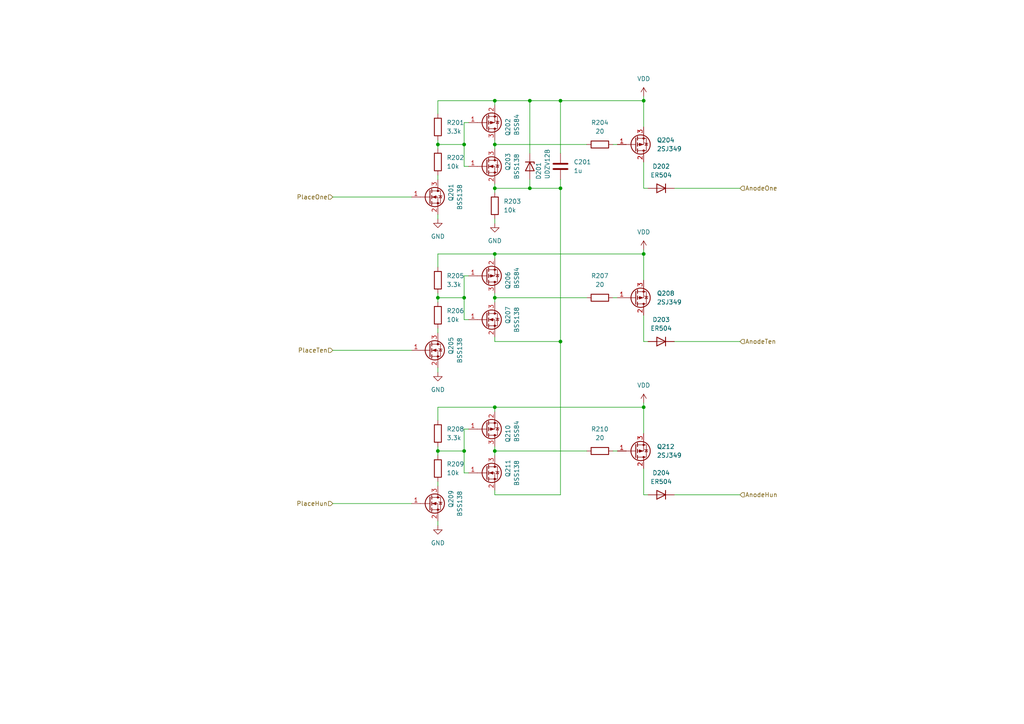
<source format=kicad_sch>
(kicad_sch (version 20211123) (generator eeschema)
  (paper "A4")
  (lib_symbols
    (symbol "Device:C" (pin_numbers hide) (pin_names (offset 0.254))
      (property "Reference" "C" (at 0.635 2.54 0))
      (property "Value" "C" (at 0.635 -2.54 0))
      (symbol "C_0_1"
        (polyline (pts (xy -2.032 -0.762) (xy 2.032 -0.762)) (stroke (width 0.508)))
        (polyline (pts (xy -2.032 0.762) (xy 2.032 0.762)) (stroke (width 0.508)))
      )
      (symbol "C_1_1"
        (pin passive line (at 0 3.81 270) (length 2.794) (name "~") (number "1"))
        (pin passive line (at 0 -3.81 90) (length 2.794) (name "~") (number "2"))
      )
    )
    (symbol "Device:D" (pin_numbers hide) (pin_names (offset 1.016) hide)
      (property "Reference" "D" (at 0 2.54 0))
      (property "Value" "D" (at 0 -2.54 0))
      (symbol "D_0_1"
        (polyline (pts (xy -1.27 1.27) (xy -1.27 -1.27)) (stroke (width 0.254)))
        (polyline (pts (xy 1.27 0) (xy -1.27 0)))
        (polyline (pts (xy 1.27 1.27) (xy 1.27 -1.27) (xy -1.27 0) (xy 1.27 1.27)) (stroke (width 0.254)))
      )
      (symbol "D_1_1"
        (pin passive line (at -3.81 0 0) (length 2.54) (name "K") (number "1"))
        (pin passive line (at 3.81 0 180) (length 2.54) (name "A") (number "2"))
      )
    )
    (symbol "Device:D_Zener" (pin_numbers hide) (pin_names (offset 1.016) hide)
      (property "Reference" "D" (at 0 2.54 0))
      (property "Value" "D_Zener" (at 0 -2.54 0))
      (symbol "D_Zener_0_1"
        (polyline (pts (xy 1.27 0) (xy -1.27 0)))
        (polyline (pts (xy -1.27 -1.27) (xy -1.27 1.27) (xy -0.762 1.27)) (stroke (width 0.254)))
        (polyline (pts (xy 1.27 -1.27) (xy 1.27 1.27) (xy -1.27 0) (xy 1.27 -1.27)) (stroke (width 0.254)))
      )
      (symbol "D_Zener_1_1"
        (pin passive line (at -3.81 0 0) (length 2.54) (name "K") (number "1"))
        (pin passive line (at 3.81 0 180) (length 2.54) (name "A") (number "2"))
      )
    )
    (symbol "Device:Q_NMOS_GSD" (pin_names (offset 0) hide)
      (property "Reference" "Q" (at 5.08 1.27 0))
      (property "Value" "Q_NMOS_GSD" (at 5.08 -1.27 0))
      (symbol "Q_NMOS_GSD_0_1"
        (polyline (pts (xy 0.254 0) (xy -2.54 0)))
        (polyline (pts (xy 0.254 1.905) (xy 0.254 -1.905)) (stroke (width 0.254)))
        (polyline (pts (xy 0.762 -1.27) (xy 0.762 -2.286)) (stroke (width 0.254)))
        (polyline (pts (xy 0.762 0.508) (xy 0.762 -0.508)) (stroke (width 0.254)))
        (polyline (pts (xy 0.762 2.286) (xy 0.762 1.27)) (stroke (width 0.254)))
        (polyline (pts (xy 2.54 2.54) (xy 2.54 1.778)))
        (polyline (pts (xy 2.54 -2.54) (xy 2.54 0) (xy 0.762 0)))
        (polyline (pts (xy 0.762 -1.778) (xy 3.302 -1.778) (xy 3.302 1.778) (xy 0.762 1.778)))
        (polyline (pts (xy 1.016 0) (xy 2.032 0.381) (xy 2.032 -0.381) (xy 1.016 0)) (fill (type outline)))
        (polyline (pts (xy 2.794 0.508) (xy 2.921 0.381) (xy 3.683 0.381) (xy 3.81 0.254)))
        (polyline (pts (xy 3.302 0.381) (xy 2.921 -0.254) (xy 3.683 -0.254) (xy 3.302 0.381)))
        (circle (center 1.651 0) (radius 2.794) (stroke (width 0.254)))
        (circle (center 2.54 -1.778) (radius 0.254) (fill (type outline)))
        (circle (center 2.54 1.778) (radius 0.254) (fill (type outline)))
      )
      (symbol "Q_NMOS_GSD_1_1"
        (pin input line (at -5.08 0 0) (length 2.54) (name "G") (number "1"))
        (pin passive line (at 2.54 -5.08 90) (length 2.54) (name "S") (number "2"))
        (pin passive line (at 2.54 5.08 270) (length 2.54) (name "D") (number "3"))
      )
    )
    (symbol "Device:Q_PMOS_GDS" (pin_names (offset 0) hide)
      (property "Reference" "Q" (at 5.08 1.27 0))
      (property "Value" "Q_PMOS_GDS" (at 5.08 -1.27 0))
      (symbol "Q_PMOS_GDS_0_1"
        (polyline (pts (xy 0.254 0) (xy -2.54 0)))
        (polyline (pts (xy 0.254 1.905) (xy 0.254 -1.905)) (stroke (width 0.254)))
        (polyline (pts (xy 0.762 -1.27) (xy 0.762 -2.286)) (stroke (width 0.254)))
        (polyline (pts (xy 0.762 0.508) (xy 0.762 -0.508)) (stroke (width 0.254)))
        (polyline (pts (xy 0.762 2.286) (xy 0.762 1.27)) (stroke (width 0.254)))
        (polyline (pts (xy 2.54 2.54) (xy 2.54 1.778)))
        (polyline (pts (xy 2.54 -2.54) (xy 2.54 0) (xy 0.762 0)))
        (polyline (pts (xy 0.762 1.778) (xy 3.302 1.778) (xy 3.302 -1.778) (xy 0.762 -1.778)))
        (polyline (pts (xy 2.286 0) (xy 1.27 0.381) (xy 1.27 -0.381) (xy 2.286 0)) (fill (type outline)))
        (polyline (pts (xy 2.794 -0.508) (xy 2.921 -0.381) (xy 3.683 -0.381) (xy 3.81 -0.254)))
        (polyline (pts (xy 3.302 -0.381) (xy 2.921 0.254) (xy 3.683 0.254) (xy 3.302 -0.381)))
        (circle (center 1.651 0) (radius 2.794) (stroke (width 0.254)))
        (circle (center 2.54 -1.778) (radius 0.254) (fill (type outline)))
        (circle (center 2.54 1.778) (radius 0.254) (fill (type outline)))
      )
      (symbol "Q_PMOS_GDS_1_1"
        (pin input line (at -5.08 0 0) (length 2.54) (name "G") (number "1"))
        (pin passive line (at 2.54 5.08 270) (length 2.54) (name "D") (number "2"))
        (pin passive line (at 2.54 -5.08 90) (length 2.54) (name "S") (number "3"))
      )
    )
    (symbol "Device:Q_PMOS_GSD" (pin_names (offset 0) hide)
      (property "Reference" "Q" (at 5.08 1.27 0))
      (property "Value" "Q_PMOS_GSD" (at 5.08 -1.27 0))
      (symbol "Q_PMOS_GSD_0_1"
        (polyline (pts (xy 0.254 0) (xy -2.54 0)))
        (polyline (pts (xy 0.254 1.905) (xy 0.254 -1.905)) (stroke (width 0.254)))
        (polyline (pts (xy 0.762 -1.27) (xy 0.762 -2.286)) (stroke (width 0.254)))
        (polyline (pts (xy 0.762 0.508) (xy 0.762 -0.508)) (stroke (width 0.254)))
        (polyline (pts (xy 0.762 2.286) (xy 0.762 1.27)) (stroke (width 0.254)))
        (polyline (pts (xy 2.54 2.54) (xy 2.54 1.778)))
        (polyline (pts (xy 2.54 -2.54) (xy 2.54 0) (xy 0.762 0)))
        (polyline (pts (xy 0.762 1.778) (xy 3.302 1.778) (xy 3.302 -1.778) (xy 0.762 -1.778)))
        (polyline (pts (xy 2.286 0) (xy 1.27 0.381) (xy 1.27 -0.381) (xy 2.286 0)) (fill (type outline)))
        (polyline (pts (xy 2.794 -0.508) (xy 2.921 -0.381) (xy 3.683 -0.381) (xy 3.81 -0.254)))
        (polyline (pts (xy 3.302 -0.381) (xy 2.921 0.254) (xy 3.683 0.254) (xy 3.302 -0.381)))
        (circle (center 1.651 0) (radius 2.794) (stroke (width 0.254)))
        (circle (center 2.54 -1.778) (radius 0.254) (fill (type outline)))
        (circle (center 2.54 1.778) (radius 0.254) (fill (type outline)))
      )
      (symbol "Q_PMOS_GSD_1_1"
        (pin input line (at -5.08 0 0) (length 2.54) (name "G") (number "1"))
        (pin passive line (at 2.54 -5.08 90) (length 2.54) (name "S") (number "2"))
        (pin passive line (at 2.54 5.08 270) (length 2.54) (name "D") (number "3"))
      )
    )
    (symbol "Device:R" (pin_numbers hide) (pin_names (offset 0))
      (property "Reference" "R" (at 2.032 0 90))
      (property "Value" "R" (at 0 0 90))
      (symbol "R_0_1"
        (rectangle (start -1.016 -2.54) (end 1.016 2.54) (stroke (width 0.254)))
      )
      (symbol "R_1_1"
        (pin passive line (at 0 3.81 270) (length 1.27) (name "~") (number "1"))
        (pin passive line (at 0 -3.81 90) (length 1.27) (name "~") (number "2"))
      )
    )
    (symbol "power:GND" (power) (pin_names (offset 0))
      (property "Value" "GND" (at 0 -3.81 0))
      (symbol "GND_0_1"
        (polyline (pts (xy 0 0) (xy 0 -1.27) (xy 1.27 -1.27) (xy 0 -2.54) (xy -1.27 -1.27) (xy 0 -1.27)))
      )
      (symbol "GND_1_1"
        (pin power_in line (at 0 0 270) (length 0) hide (name "GND") (number "1"))
      )
    )
    (symbol "power:VDD" (power) (pin_names (offset 0))
      (property "Value" "VDD" (at 0 3.81 0))
      (symbol "VDD_0_1"
        (polyline (pts (xy -0.762 1.27) (xy 0 2.54)))
        (polyline (pts (xy 0 0) (xy 0 2.54)))
        (polyline (pts (xy 0 2.54) (xy 0.762 1.27)))
      )
      (symbol "VDD_1_1"
        (pin power_in line (at 0 0 90) (length 0) hide (name "VDD") (number "1"))
      )
    )
  )
  (junction (at 153.67 29.21))
  (junction (at 127 86.36))
  (junction (at 162.56 54.61))
  (junction (at 143.51 41.91))
  (junction (at 143.51 73.66))
  (junction (at 143.51 86.36))
  (junction (at 186.69 118.11))
  (junction (at 186.69 29.21))
  (junction (at 143.51 29.21))
  (junction (at 127 130.81))
  (junction (at 127 41.91))
  (junction (at 134.62 130.81))
  (junction (at 143.51 54.61))
  (junction (at 162.56 99.06))
  (junction (at 143.51 118.11))
  (junction (at 153.67 54.61))
  (junction (at 143.51 130.81))
  (junction (at 134.62 86.36))
  (junction (at 162.56 29.21))
  (junction (at 134.62 41.91))
  (junction (at 186.69 73.66))
  (wire (pts (xy 186.69 99.06) (xy 187.96 99.06)))
  (wire (pts (xy 162.56 54.61) (xy 162.56 52.07)))
  (wire (pts (xy 143.51 86.36) (xy 170.18 86.36)))
  (wire (pts (xy 153.67 52.07) (xy 153.67 54.61)))
  (wire (pts (xy 186.69 72.39) (xy 186.69 73.66)))
  (wire (pts (xy 127 95.25) (xy 127 96.52)))
  (wire (pts (xy 143.51 29.21) (xy 153.67 29.21)))
  (wire (pts (xy 143.51 54.61) (xy 153.67 54.61)))
  (wire (pts (xy 134.62 86.36) (xy 134.62 92.71)))
  (wire (pts (xy 134.62 92.71) (xy 135.89 92.71)))
  (wire (pts (xy 143.51 41.91) (xy 143.51 43.18)))
  (wire (pts (xy 127 106.68) (xy 127 107.95)))
  (wire (pts (xy 153.67 54.61) (xy 162.56 54.61)))
  (wire (pts (xy 186.69 116.84) (xy 186.69 118.11)))
  (wire (pts (xy 195.58 54.61) (xy 214.63 54.61)))
  (wire (pts (xy 162.56 44.45) (xy 162.56 29.21)))
  (wire (pts (xy 162.56 29.21) (xy 186.69 29.21)))
  (wire (pts (xy 96.52 146.05) (xy 119.38 146.05)))
  (wire (pts (xy 186.69 27.94) (xy 186.69 29.21)))
  (wire (pts (xy 143.51 86.36) (xy 143.51 87.63)))
  (wire (pts (xy 127 62.23) (xy 127 63.5)))
  (wire (pts (xy 127 86.36) (xy 134.62 86.36)))
  (wire (pts (xy 143.51 129.54) (xy 143.51 130.81)))
  (wire (pts (xy 186.69 29.21) (xy 186.69 36.83)))
  (wire (pts (xy 127 86.36) (xy 127 87.63)))
  (wire (pts (xy 134.62 41.91) (xy 134.62 48.26)))
  (wire (pts (xy 127 130.81) (xy 127 132.08)))
  (wire (pts (xy 195.58 99.06) (xy 214.63 99.06)))
  (wire (pts (xy 134.62 137.16) (xy 135.89 137.16)))
  (wire (pts (xy 143.51 54.61) (xy 143.51 55.88)))
  (wire (pts (xy 127 139.7) (xy 127 140.97)))
  (wire (pts (xy 143.51 73.66) (xy 186.69 73.66)))
  (wire (pts (xy 134.62 80.01) (xy 134.62 86.36)))
  (wire (pts (xy 143.51 130.81) (xy 143.51 132.08)))
  (wire (pts (xy 143.51 99.06) (xy 162.56 99.06)))
  (wire (pts (xy 127 118.11) (xy 127 121.92)))
  (wire (pts (xy 186.69 46.99) (xy 186.69 54.61)))
  (wire (pts (xy 143.51 63.5) (xy 143.51 64.77)))
  (wire (pts (xy 143.51 142.24) (xy 143.51 143.51)))
  (wire (pts (xy 195.58 143.51) (xy 214.63 143.51)))
  (wire (pts (xy 143.51 73.66) (xy 143.51 74.93)))
  (wire (pts (xy 127 151.13) (xy 127 152.4)))
  (wire (pts (xy 127 129.54) (xy 127 130.81)))
  (wire (pts (xy 143.51 41.91) (xy 170.18 41.91)))
  (wire (pts (xy 143.51 29.21) (xy 143.51 30.48)))
  (wire (pts (xy 186.69 91.44) (xy 186.69 99.06)))
  (wire (pts (xy 143.51 97.79) (xy 143.51 99.06)))
  (wire (pts (xy 143.51 118.11) (xy 143.51 119.38)))
  (wire (pts (xy 177.8 130.81) (xy 179.07 130.81)))
  (wire (pts (xy 143.51 143.51) (xy 162.56 143.51)))
  (wire (pts (xy 143.51 53.34) (xy 143.51 54.61)))
  (wire (pts (xy 153.67 29.21) (xy 153.67 44.45)))
  (wire (pts (xy 127 41.91) (xy 127 43.18)))
  (wire (pts (xy 186.69 54.61) (xy 187.96 54.61)))
  (wire (pts (xy 134.62 48.26) (xy 135.89 48.26)))
  (wire (pts (xy 143.51 118.11) (xy 186.69 118.11)))
  (wire (pts (xy 127 73.66) (xy 127 77.47)))
  (wire (pts (xy 96.52 57.15) (xy 119.38 57.15)))
  (wire (pts (xy 143.51 29.21) (xy 127 29.21)))
  (wire (pts (xy 143.51 40.64) (xy 143.51 41.91)))
  (wire (pts (xy 177.8 86.36) (xy 179.07 86.36)))
  (wire (pts (xy 127 40.64) (xy 127 41.91)))
  (wire (pts (xy 134.62 35.56) (xy 134.62 41.91)))
  (wire (pts (xy 177.8 41.91) (xy 179.07 41.91)))
  (wire (pts (xy 127 50.8) (xy 127 52.07)))
  (wire (pts (xy 127 41.91) (xy 134.62 41.91)))
  (wire (pts (xy 153.67 29.21) (xy 162.56 29.21)))
  (wire (pts (xy 135.89 35.56) (xy 134.62 35.56)))
  (wire (pts (xy 134.62 124.46) (xy 134.62 130.81)))
  (wire (pts (xy 143.51 130.81) (xy 170.18 130.81)))
  (wire (pts (xy 162.56 99.06) (xy 162.56 143.51)))
  (wire (pts (xy 127 85.09) (xy 127 86.36)))
  (wire (pts (xy 143.51 85.09) (xy 143.51 86.36)))
  (wire (pts (xy 135.89 80.01) (xy 134.62 80.01)))
  (wire (pts (xy 134.62 130.81) (xy 134.62 137.16)))
  (wire (pts (xy 96.52 101.6) (xy 119.38 101.6)))
  (wire (pts (xy 186.69 143.51) (xy 187.96 143.51)))
  (wire (pts (xy 135.89 124.46) (xy 134.62 124.46)))
  (wire (pts (xy 127 130.81) (xy 134.62 130.81)))
  (wire (pts (xy 143.51 118.11) (xy 127 118.11)))
  (wire (pts (xy 186.69 73.66) (xy 186.69 81.28)))
  (wire (pts (xy 186.69 118.11) (xy 186.69 125.73)))
  (wire (pts (xy 186.69 135.89) (xy 186.69 143.51)))
  (wire (pts (xy 127 29.21) (xy 127 33.02)))
  (wire (pts (xy 143.51 73.66) (xy 127 73.66)))
  (wire (pts (xy 162.56 54.61) (xy 162.56 99.06)))
  (hierarchical_label "PlaceOne" (shape input) (at 96.52 57.15 180))
  (hierarchical_label "AnodeHun" (shape input) (at 214.63 143.51 0))
  (hierarchical_label "PlaceHun" (shape input) (at 96.52 146.05 180))
  (hierarchical_label "PlaceTen" (shape input) (at 96.52 101.6 180))
  (hierarchical_label "AnodeOne" (shape input) (at 214.63 54.61 0))
  (hierarchical_label "AnodeTen" (shape input) (at 214.63 99.06 0))
  (symbol (lib_id "Device:Q_PMOS_GDS") (at 184.15 86.36 0) (mirror x) (unit 1)
    (property "Reference" "Q208" (at 190.5 85.0899 0) (effects (justify left)))
    (property "Value" "2SJ349" (at 190.5 87.6299 0) (effects (justify left)))
    (property "Footprint" "Package_TO_SOT_THT:TO-220-3_Vertical" (effects hide))
  )
  (symbol (lib_id "Device:R") (at 127 125.73 0) (unit 1)
    (property "Reference" "R208" (at 129.54 124.4599 0) (effects (justify left)))
    (property "Value" "3.3k" (at 129.54 126.9999 0) (effects (justify left)))
    (property "Footprint" "Resistor_SMD:R_0603_1608Metric" (effects hide))
  )
  (symbol (lib_id "Device:D") (at 191.77 99.06 180) (unit 1)
    (property "Reference" "D203" (at 191.77 92.71 0))
    (property "Value" "ER504" (at 191.77 95.25 0))
    (property "Footprint" "Diode_THT:D_DO-27_P5.08mm_Vertical_AnodeUp" (effects hide))
  )
  (symbol (lib_id "Device:R") (at 127 91.44 0) (unit 1)
    (property "Reference" "R206" (at 129.54 90.1699 0) (effects (justify left)))
    (property "Value" "10k" (at 129.54 92.7099 0) (effects (justify left)))
    (property "Footprint" "Resistor_SMD:R_0603_1608Metric" (effects hide))
  )
  (symbol (lib_id "Device:Q_NMOS_GSD") (at 124.46 57.15 0) (unit 1)
    (property "Reference" "Q201" (at 130.81 58.42 90) (effects (justify left)))
    (property "Value" "BSS138" (at 133.35 60.96 90) (effects (justify left)))
    (property "Footprint" "Package_TO_SOT_SMD:SOT-23_Handsoldering" (effects hide))
  )
  (symbol (lib_id "power:GND") (at 127 152.4 0) (unit 1)
    (property "Reference" "#PWR0205" (effects hide))
    (property "Value" "GND" (at 127 157.48 0))
  )
  (symbol (lib_id "Device:Q_NMOS_GSD") (at 124.46 146.05 0) (unit 1)
    (property "Reference" "Q209" (at 130.81 147.32 90) (effects (justify left)))
    (property "Value" "BSS138" (at 133.35 149.86 90) (effects (justify left)))
    (property "Footprint" "Package_TO_SOT_SMD:SOT-23_Handsoldering" (effects hide))
  )
  (symbol (lib_id "Device:R") (at 143.51 59.69 0) (unit 1)
    (property "Reference" "R203" (at 146.05 58.4199 0) (effects (justify left)))
    (property "Value" "10k" (at 146.05 60.9599 0) (effects (justify left)))
    (property "Footprint" "Resistor_SMD:R_0603_1608Metric" (effects hide))
  )
  (symbol (lib_id "Device:R") (at 127 36.83 0) (unit 1)
    (property "Reference" "R201" (at 129.54 35.5599 0) (effects (justify left)))
    (property "Value" "3.3k" (at 129.54 38.0999 0) (effects (justify left)))
    (property "Footprint" "Resistor_SMD:R_0603_1608Metric" (effects hide))
  )
  (symbol (lib_id "Device:R") (at 173.99 130.81 90) (unit 1)
    (property "Reference" "R210" (at 173.99 124.46 90))
    (property "Value" "20" (at 173.99 127 90))
    (property "Footprint" "Resistor_SMD:R_0603_1608Metric" (effects hide))
  )
  (symbol (lib_id "Device:D_Zener") (at 153.67 48.26 270) (unit 1)
    (property "Reference" "D201" (at 156.21 46.9899 0) (effects (justify left)))
    (property "Value" "UDZV12B" (at 158.75 43.18 0) (effects (justify left)))
    (property "Footprint" "Diode_SMD:D_TUMD2" (effects hide))
  )
  (symbol (lib_id "Device:R") (at 127 46.99 0) (unit 1)
    (property "Reference" "R202" (at 129.54 45.7199 0) (effects (justify left)))
    (property "Value" "10k" (at 129.54 48.2599 0) (effects (justify left)))
    (property "Footprint" "Resistor_SMD:R_0603_1608Metric" (effects hide))
  )
  (symbol (lib_id "Device:R") (at 173.99 41.91 90) (unit 1)
    (property "Reference" "R204" (at 173.99 35.56 90))
    (property "Value" "20" (at 173.99 38.1 90))
    (property "Footprint" "Resistor_SMD:R_0603_1608Metric" (effects hide))
  )
  (symbol (lib_id "Device:R") (at 127 81.28 0) (unit 1)
    (property "Reference" "R205" (at 129.54 80.0099 0) (effects (justify left)))
    (property "Value" "3.3k" (at 129.54 82.5499 0) (effects (justify left)))
    (property "Footprint" "Resistor_SMD:R_0603_1608Metric" (effects hide))
  )
  (symbol (lib_id "Device:D") (at 191.77 54.61 180) (unit 1)
    (property "Reference" "D202" (at 191.77 48.26 0))
    (property "Value" "ER504" (at 191.77 50.8 0))
    (property "Footprint" "Diode_THT:D_DO-27_P5.08mm_Vertical_AnodeUp" (effects hide))
  )
  (symbol (lib_id "Device:C") (at 162.56 48.26 0) (unit 1)
    (property "Reference" "C201" (at 166.37 46.9899 0) (effects (justify left)))
    (property "Value" "1u" (at 166.37 49.5299 0) (effects (justify left)))
    (property "Footprint" "Capacitor_SMD:C_0603_1608Metric" (effects hide))
  )
  (symbol (lib_id "Device:Q_PMOS_GSD") (at 140.97 80.01 0) (mirror x) (unit 1)
    (property "Reference" "Q206" (at 147.32 78.7399 90) (effects (justify left)))
    (property "Value" "BSS84" (at 149.86 77.47 90) (effects (justify left)))
    (property "Footprint" "Package_TO_SOT_SMD:SOT-23_Handsoldering" (effects hide))
  )
  (symbol (lib_id "power:GND") (at 143.51 64.77 0) (unit 1)
    (property "Reference" "#PWR0202" (effects hide))
    (property "Value" "GND" (at 143.51 69.85 0))
  )
  (symbol (lib_id "power:GND") (at 127 107.95 0) (unit 1)
    (property "Reference" "#PWR0204" (effects hide))
    (property "Value" "GND" (at 127 113.03 0))
  )
  (symbol (lib_id "Device:Q_PMOS_GSD") (at 140.97 35.56 0) (mirror x) (unit 1)
    (property "Reference" "Q202" (at 147.32 34.2899 90) (effects (justify left)))
    (property "Value" "BSS84" (at 149.86 33.02 90) (effects (justify left)))
    (property "Footprint" "Package_TO_SOT_SMD:SOT-23_Handsoldering" (effects hide))
  )
  (symbol (lib_id "Device:Q_NMOS_GSD") (at 140.97 48.26 0) (unit 1)
    (property "Reference" "Q203" (at 147.32 49.53 90) (effects (justify left)))
    (property "Value" "BSS138" (at 149.86 52.07 90) (effects (justify left)))
    (property "Footprint" "Package_TO_SOT_SMD:SOT-23_Handsoldering" (effects hide))
  )
  (symbol (lib_id "Device:Q_PMOS_GDS") (at 184.15 130.81 0) (mirror x) (unit 1)
    (property "Reference" "Q212" (at 190.5 129.5399 0) (effects (justify left)))
    (property "Value" "2SJ349" (at 190.5 132.0799 0) (effects (justify left)))
    (property "Footprint" "Package_TO_SOT_THT:TO-220-3_Vertical" (effects hide))
  )
  (symbol (lib_id "Device:R") (at 173.99 86.36 90) (unit 1)
    (property "Reference" "R207" (at 173.99 80.01 90))
    (property "Value" "20" (at 173.99 82.55 90))
    (property "Footprint" "Resistor_SMD:R_0603_1608Metric" (effects hide))
  )
  (symbol (lib_id "Device:Q_NMOS_GSD") (at 124.46 101.6 0) (unit 1)
    (property "Reference" "Q205" (at 130.81 102.87 90) (effects (justify left)))
    (property "Value" "BSS138" (at 133.35 105.41 90) (effects (justify left)))
    (property "Footprint" "Package_TO_SOT_SMD:SOT-23_Handsoldering" (effects hide))
  )
  (symbol (lib_id "Device:Q_PMOS_GSD") (at 140.97 124.46 0) (mirror x) (unit 1)
    (property "Reference" "Q210" (at 147.32 123.1899 90) (effects (justify left)))
    (property "Value" "BSS84" (at 149.86 121.92 90) (effects (justify left)))
    (property "Footprint" "Package_TO_SOT_SMD:SOT-23_Handsoldering" (effects hide))
  )
  (symbol (lib_id "Device:D") (at 191.77 143.51 180) (unit 1)
    (property "Reference" "D204" (at 191.77 137.16 0))
    (property "Value" "ER504" (at 191.77 139.7 0))
    (property "Footprint" "Diode_THT:D_DO-27_P5.08mm_Vertical_AnodeUp" (effects hide))
  )
  (symbol (lib_id "Device:Q_NMOS_GSD") (at 140.97 92.71 0) (unit 1)
    (property "Reference" "Q207" (at 147.32 93.98 90) (effects (justify left)))
    (property "Value" "BSS138" (at 149.86 96.52 90) (effects (justify left)))
    (property "Footprint" "Package_TO_SOT_SMD:SOT-23_Handsoldering" (effects hide))
  )
  (symbol (lib_id "power:GND") (at 127 63.5 0) (unit 1)
    (property "Reference" "#PWR0201" (effects hide))
    (property "Value" "GND" (at 127 68.58 0))
  )
  (symbol (lib_id "power:VDD") (at 186.69 116.84 0) (unit 1)
    (property "Reference" "#PWR0207" (effects hide))
    (property "Value" "VDD" (at 186.69 111.76 0))
  )
  (symbol (lib_id "Device:R") (at 127 135.89 0) (unit 1)
    (property "Reference" "R209" (at 129.54 134.6199 0) (effects (justify left)))
    (property "Value" "10k" (at 129.54 137.1599 0) (effects (justify left)))
    (property "Footprint" "Resistor_SMD:R_0603_1608Metric" (effects hide))
  )
  (symbol (lib_id "power:VDD") (at 186.69 27.94 0) (unit 1)
    (property "Reference" "#PWR0203" (effects hide))
    (property "Value" "VDD" (at 186.69 22.86 0))
  )
  (symbol (lib_id "Device:Q_PMOS_GDS") (at 184.15 41.91 0) (mirror x) (unit 1)
    (property "Reference" "Q204" (at 190.5 40.6399 0) (effects (justify left)))
    (property "Value" "2SJ349" (at 190.5 43.1799 0) (effects (justify left)))
    (property "Footprint" "Package_TO_SOT_THT:TO-220-3_Vertical" (effects hide))
  )
  (symbol (lib_id "power:VDD") (at 186.69 72.39 0) (unit 1)
    (property "Reference" "#PWR0206" (effects hide))
    (property "Value" "VDD" (at 186.69 67.31 0))
  )
  (symbol (lib_id "Device:Q_NMOS_GSD") (at 140.97 137.16 0) (unit 1)
    (property "Reference" "Q211" (at 147.32 138.43 90) (effects (justify left)))
    (property "Value" "BSS138" (at 149.86 140.97 90) (effects (justify left)))
    (property "Footprint" "Package_TO_SOT_SMD:SOT-23_Handsoldering" (effects hide))
  )
)
</source>
